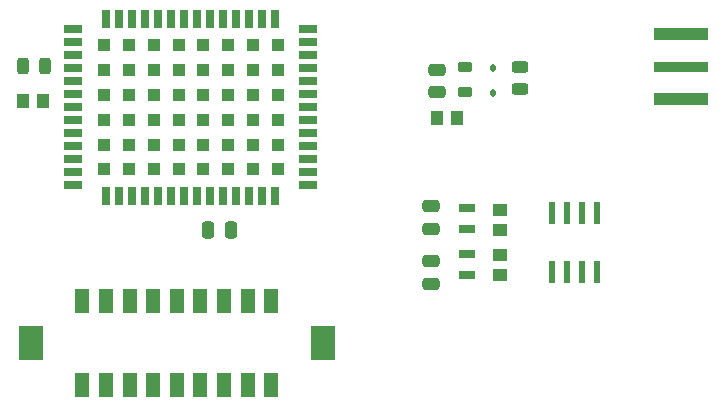
<source format=gbr>
%TF.GenerationSoftware,KiCad,Pcbnew,8.0.5*%
%TF.CreationDate,2025-04-17T16:29:18+02:00*%
%TF.ProjectId,ZED_F9P_minimal,5a45445f-4639-4505-9f6d-696e696d616c,rev?*%
%TF.SameCoordinates,Original*%
%TF.FileFunction,Paste,Top*%
%TF.FilePolarity,Positive*%
%FSLAX46Y46*%
G04 Gerber Fmt 4.6, Leading zero omitted, Abs format (unit mm)*
G04 Created by KiCad (PCBNEW 8.0.5) date 2025-04-17 16:29:18*
%MOMM*%
%LPD*%
G01*
G04 APERTURE LIST*
G04 Aperture macros list*
%AMRoundRect*
0 Rectangle with rounded corners*
0 $1 Rounding radius*
0 $2 $3 $4 $5 $6 $7 $8 $9 X,Y pos of 4 corners*
0 Add a 4 corners polygon primitive as box body*
4,1,4,$2,$3,$4,$5,$6,$7,$8,$9,$2,$3,0*
0 Add four circle primitives for the rounded corners*
1,1,$1+$1,$2,$3*
1,1,$1+$1,$4,$5*
1,1,$1+$1,$6,$7*
1,1,$1+$1,$8,$9*
0 Add four rect primitives between the rounded corners*
20,1,$1+$1,$2,$3,$4,$5,0*
20,1,$1+$1,$4,$5,$6,$7,0*
20,1,$1+$1,$6,$7,$8,$9,0*
20,1,$1+$1,$8,$9,$2,$3,0*%
G04 Aperture macros list end*
%ADD10RoundRect,0.218750X-0.381250X0.218750X-0.381250X-0.218750X0.381250X-0.218750X0.381250X0.218750X0*%
%ADD11RoundRect,0.250000X0.475000X-0.250000X0.475000X0.250000X-0.475000X0.250000X-0.475000X-0.250000X0*%
%ADD12R,1.193800X2.108200*%
%ADD13R,2.108200X2.895600*%
%ADD14RoundRect,0.243750X0.456250X-0.243750X0.456250X0.243750X-0.456250X0.243750X-0.456250X-0.243750X0*%
%ADD15R,0.558800X1.981200*%
%ADD16RoundRect,0.250000X-0.475000X0.250000X-0.475000X-0.250000X0.475000X-0.250000X0.475000X0.250000X0*%
%ADD17R,4.560000X0.850000*%
%ADD18R,4.560000X1.000000*%
%ADD19R,1.346200X0.758800*%
%ADD20RoundRect,0.112500X-0.112500X0.187500X-0.112500X-0.187500X0.112500X-0.187500X0.112500X0.187500X0*%
%ADD21R,1.193800X1.010400*%
%ADD22R,1.010400X1.193800*%
%ADD23RoundRect,0.250000X-0.250000X-0.475000X0.250000X-0.475000X0.250000X0.475000X-0.250000X0.475000X0*%
%ADD24RoundRect,0.243750X0.243750X0.456250X-0.243750X0.456250X-0.243750X-0.456250X0.243750X-0.456250X0*%
%ADD25R,0.800000X1.500000*%
%ADD26R,1.500000X0.800000*%
%ADD27R,1.100000X1.100000*%
G04 APERTURE END LIST*
D10*
%TO.C,L1*%
X59191350Y-27491500D03*
X59191350Y-29616500D03*
%TD*%
D11*
%TO.C,C2*%
X56759250Y-29643599D03*
X56759250Y-27743599D03*
%TD*%
D12*
%TO.C,INPUT*%
X42750000Y-47300000D03*
X42750000Y-54400001D03*
X40750002Y-47300000D03*
X40750002Y-54400001D03*
X38750001Y-47300000D03*
X38750001Y-54400001D03*
X36750002Y-47300000D03*
X36750002Y-54400001D03*
X34750001Y-47300000D03*
X34750001Y-54400001D03*
X32750000Y-47300000D03*
X32750000Y-54400001D03*
X30750001Y-47300000D03*
X30750001Y-54400001D03*
X28750000Y-47300000D03*
X28750000Y-54400001D03*
X26750002Y-47300000D03*
X26750002Y-54400001D03*
D13*
X47094401Y-50850000D03*
X22405601Y-50850000D03*
%TD*%
D14*
%TO.C,D3*%
X63788850Y-29366500D03*
X63788850Y-27491500D03*
%TD*%
D15*
%TO.C,OPA2365AID*%
X66530000Y-44804500D03*
X67800000Y-44804500D03*
X69070000Y-44804500D03*
X70340000Y-44804500D03*
X70340000Y-39876900D03*
X69070000Y-39876900D03*
X67800000Y-39876900D03*
X66530000Y-39876900D03*
%TD*%
D16*
%TO.C,C6*%
X56300000Y-39275000D03*
X56300000Y-41175000D03*
%TD*%
D17*
%TO.C,SMA*%
X77450000Y-27455000D03*
D18*
X77450000Y-24685000D03*
X77450000Y-30225000D03*
%TD*%
D19*
%TO.C,R6*%
X59300000Y-41224999D03*
X59300000Y-39464999D03*
%TD*%
D20*
%TO.C,D2*%
X61488850Y-27566500D03*
X61488850Y-29666500D03*
%TD*%
D21*
%TO.C,R7*%
X62150000Y-39575000D03*
X62150000Y-41271200D03*
%TD*%
D22*
%TO.C,R5*%
X23448100Y-30400000D03*
X21751900Y-30400000D03*
%TD*%
D11*
%TO.C,C5*%
X56300000Y-45850000D03*
X56300000Y-43950000D03*
%TD*%
D23*
%TO.C,C4*%
X37400000Y-41300000D03*
X39300000Y-41300000D03*
%TD*%
D21*
%TO.C,R3*%
X62150000Y-45071200D03*
X62150000Y-43375000D03*
%TD*%
D22*
%TO.C,R1*%
X56745150Y-31804000D03*
X58441350Y-31804000D03*
%TD*%
D24*
%TO.C,D1*%
X23626900Y-27400000D03*
X21751900Y-27400000D03*
%TD*%
D25*
%TO.C,ZED-F9P*%
X43100000Y-23400000D03*
X42000000Y-23400000D03*
X40900000Y-23400000D03*
X39800000Y-23400000D03*
X38700000Y-23400000D03*
X37600000Y-23400000D03*
X36500000Y-23400000D03*
X35400000Y-23400000D03*
X34300000Y-23400000D03*
X33200000Y-23400000D03*
X32100000Y-23400000D03*
X31000000Y-23400000D03*
X29900000Y-23400000D03*
X28800000Y-23400000D03*
D26*
X26000000Y-24300000D03*
X26000000Y-25400000D03*
X26000000Y-26500000D03*
X26000000Y-27600000D03*
X26000000Y-28700000D03*
X26000000Y-29800000D03*
X26000000Y-30900000D03*
X26000000Y-32000000D03*
X26000000Y-33100000D03*
X26000000Y-34200000D03*
X26000000Y-35300000D03*
X26000000Y-36400000D03*
X26000000Y-37500000D03*
D25*
X28800000Y-38400000D03*
X29900000Y-38400000D03*
X31000000Y-38400000D03*
X32100000Y-38400000D03*
X33200000Y-38400000D03*
X34300000Y-38400000D03*
X35400000Y-38400000D03*
X36500000Y-38400000D03*
X37600000Y-38400000D03*
X38700000Y-38400000D03*
X39800000Y-38400000D03*
X40900000Y-38400000D03*
X42000000Y-38400000D03*
X43100000Y-38400000D03*
D26*
X45900000Y-37500000D03*
X45900000Y-36400000D03*
X45900000Y-35300000D03*
X45900000Y-34200000D03*
X45900000Y-33100000D03*
X45900000Y-32000000D03*
X45900000Y-30900000D03*
X45900000Y-29800000D03*
X45900000Y-28700000D03*
X45900000Y-27600000D03*
X45900000Y-26500000D03*
X45900000Y-25400000D03*
X45900000Y-24300000D03*
D27*
X43300000Y-25650000D03*
X41200000Y-25650000D03*
X39100000Y-25650000D03*
X37000000Y-25650000D03*
X34900000Y-25650000D03*
X32800000Y-25650000D03*
X30700000Y-25650000D03*
X28600000Y-25650000D03*
X43300000Y-27750000D03*
X41200000Y-27750000D03*
X39100000Y-27750000D03*
X37000000Y-27750000D03*
X34900000Y-27750000D03*
X32800000Y-27750000D03*
X30700000Y-27750000D03*
X28600000Y-27750000D03*
X43300000Y-29850000D03*
X41200000Y-29850000D03*
X39100000Y-29850000D03*
X37000000Y-29850000D03*
X34900000Y-29850000D03*
X32800000Y-29850000D03*
X30700000Y-29850000D03*
X28600000Y-29850000D03*
X43300000Y-31950000D03*
X41200000Y-31950000D03*
X39100000Y-31950000D03*
X37000000Y-31950000D03*
X34900000Y-31950000D03*
X32800000Y-31950000D03*
X30700000Y-31950000D03*
X28600000Y-31950000D03*
X43300000Y-34050000D03*
X41200000Y-34050000D03*
X39100000Y-34050000D03*
X37000000Y-34050000D03*
X34900000Y-34050000D03*
X32800000Y-34050000D03*
X30700000Y-34050000D03*
X28600000Y-34050000D03*
X43300000Y-36150000D03*
X41200000Y-36150000D03*
X39100000Y-36150000D03*
X37000000Y-36150000D03*
X34900000Y-36150000D03*
X32800000Y-36150000D03*
X30700000Y-36150000D03*
X28600000Y-36150000D03*
%TD*%
D19*
%TO.C,R2*%
X59300000Y-43350300D03*
X59300000Y-45099700D03*
%TD*%
M02*

</source>
